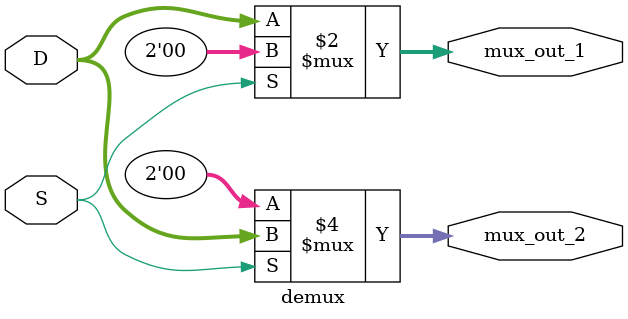
<source format=v>
module demux(
    input [1:0] D,
    input S,
    output [1:0] mux_out_1,
    output [1:0] mux_out_2
);

    assign mux_out_1 = (S == 1'b0) ? D : 2'b00;
    assign mux_out_2 = (S == 1'b1) ? D : 2'b00;
endmodule 
</source>
